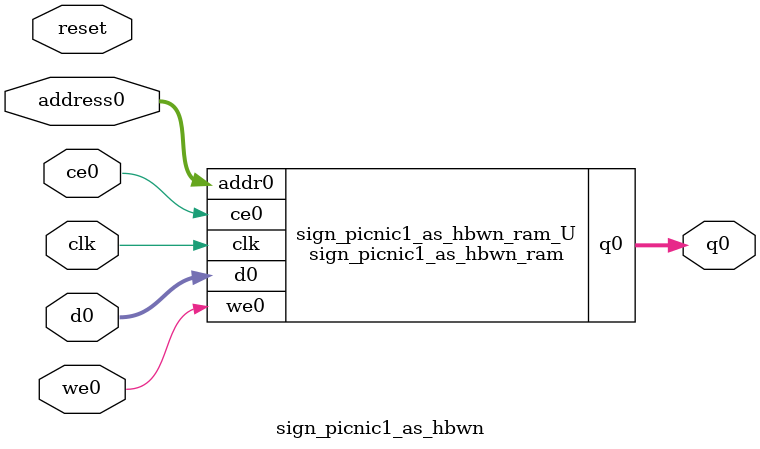
<source format=v>
`timescale 1 ns / 1 ps
module sign_picnic1_as_hbwn_ram (addr0, ce0, d0, we0, q0,  clk);

parameter DWIDTH = 8;
parameter AWIDTH = 15;
parameter MEM_SIZE = 21024;

input[AWIDTH-1:0] addr0;
input ce0;
input[DWIDTH-1:0] d0;
input we0;
output reg[DWIDTH-1:0] q0;
input clk;

(* ram_style = "block" *)reg [DWIDTH-1:0] ram[0:MEM_SIZE-1];




always @(posedge clk)  
begin 
    if (ce0) begin
        if (we0) 
            ram[addr0] <= d0; 
        q0 <= ram[addr0];
    end
end


endmodule

`timescale 1 ns / 1 ps
module sign_picnic1_as_hbwn(
    reset,
    clk,
    address0,
    ce0,
    we0,
    d0,
    q0);

parameter DataWidth = 32'd8;
parameter AddressRange = 32'd21024;
parameter AddressWidth = 32'd15;
input reset;
input clk;
input[AddressWidth - 1:0] address0;
input ce0;
input we0;
input[DataWidth - 1:0] d0;
output[DataWidth - 1:0] q0;



sign_picnic1_as_hbwn_ram sign_picnic1_as_hbwn_ram_U(
    .clk( clk ),
    .addr0( address0 ),
    .ce0( ce0 ),
    .we0( we0 ),
    .d0( d0 ),
    .q0( q0 ));

endmodule


</source>
